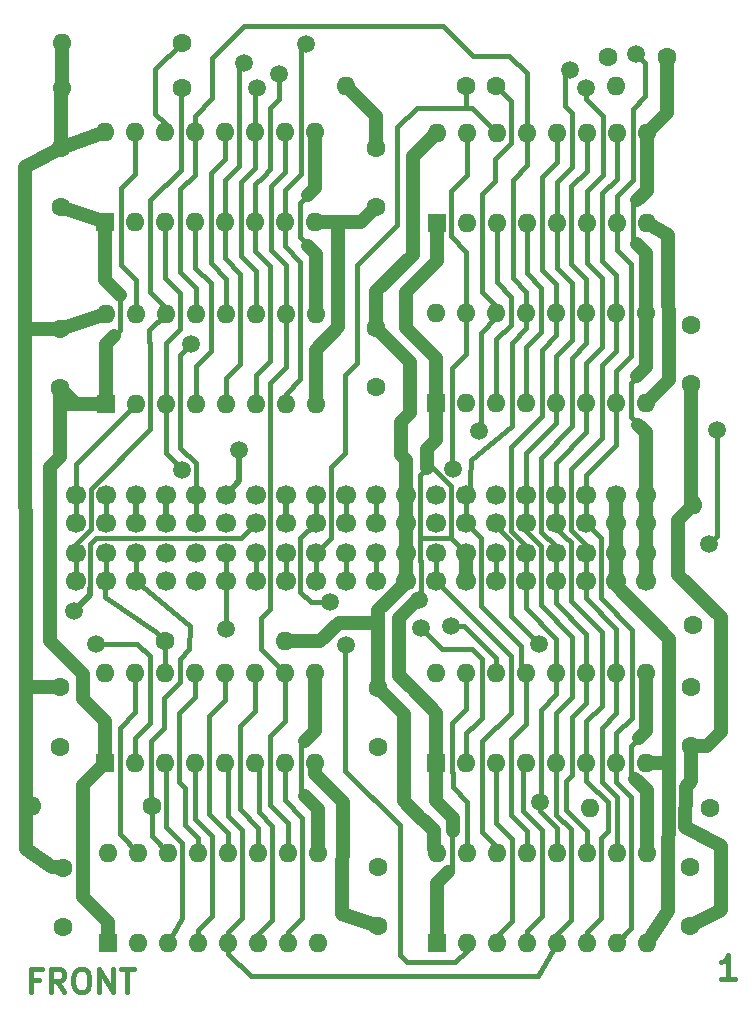
<source format=gbr>
%TF.GenerationSoftware,KiCad,Pcbnew,7.0.7*%
%TF.CreationDate,2023-11-27T02:20:36+00:00*%
%TF.ProjectId,Lynx-MK1-MEM,4c796e78-2d4d-44b3-912d-4d454d2e6b69,rev?*%
%TF.SameCoordinates,Original*%
%TF.FileFunction,Copper,L1,Top*%
%TF.FilePolarity,Positive*%
%FSLAX46Y46*%
G04 Gerber Fmt 4.6, Leading zero omitted, Abs format (unit mm)*
G04 Created by KiCad (PCBNEW 7.0.7) date 2023-11-27 02:20:36*
%MOMM*%
%LPD*%
G01*
G04 APERTURE LIST*
%ADD10C,0.400000*%
%TA.AperFunction,NonConductor*%
%ADD11C,0.400000*%
%TD*%
%TA.AperFunction,ComponentPad*%
%ADD12R,1.600000X1.600000*%
%TD*%
%TA.AperFunction,ComponentPad*%
%ADD13O,1.600000X1.600000*%
%TD*%
%TA.AperFunction,ComponentPad*%
%ADD14C,1.600000*%
%TD*%
%TA.AperFunction,ComponentPad*%
%ADD15C,1.700000*%
%TD*%
%TA.AperFunction,ViaPad*%
%ADD16C,1.500000*%
%TD*%
%TA.AperFunction,Conductor*%
%ADD17C,0.400000*%
%TD*%
%TA.AperFunction,Conductor*%
%ADD18C,1.200000*%
%TD*%
%TA.AperFunction,Conductor*%
%ADD19C,0.500000*%
%TD*%
G04 APERTURE END LIST*
D10*
D11*
X77956014Y-142736819D02*
X77289347Y-142736819D01*
X77289347Y-143784438D02*
X77289347Y-141784438D01*
X77289347Y-141784438D02*
X78241728Y-141784438D01*
X80146490Y-143784438D02*
X79479823Y-142832057D01*
X79003633Y-143784438D02*
X79003633Y-141784438D01*
X79003633Y-141784438D02*
X79765538Y-141784438D01*
X79765538Y-141784438D02*
X79956014Y-141879676D01*
X79956014Y-141879676D02*
X80051252Y-141974914D01*
X80051252Y-141974914D02*
X80146490Y-142165390D01*
X80146490Y-142165390D02*
X80146490Y-142451104D01*
X80146490Y-142451104D02*
X80051252Y-142641580D01*
X80051252Y-142641580D02*
X79956014Y-142736819D01*
X79956014Y-142736819D02*
X79765538Y-142832057D01*
X79765538Y-142832057D02*
X79003633Y-142832057D01*
X81384585Y-141784438D02*
X81765538Y-141784438D01*
X81765538Y-141784438D02*
X81956014Y-141879676D01*
X81956014Y-141879676D02*
X82146490Y-142070152D01*
X82146490Y-142070152D02*
X82241728Y-142451104D01*
X82241728Y-142451104D02*
X82241728Y-143117771D01*
X82241728Y-143117771D02*
X82146490Y-143498723D01*
X82146490Y-143498723D02*
X81956014Y-143689200D01*
X81956014Y-143689200D02*
X81765538Y-143784438D01*
X81765538Y-143784438D02*
X81384585Y-143784438D01*
X81384585Y-143784438D02*
X81194109Y-143689200D01*
X81194109Y-143689200D02*
X81003633Y-143498723D01*
X81003633Y-143498723D02*
X80908395Y-143117771D01*
X80908395Y-143117771D02*
X80908395Y-142451104D01*
X80908395Y-142451104D02*
X81003633Y-142070152D01*
X81003633Y-142070152D02*
X81194109Y-141879676D01*
X81194109Y-141879676D02*
X81384585Y-141784438D01*
X83098871Y-143784438D02*
X83098871Y-141784438D01*
X83098871Y-141784438D02*
X84241728Y-143784438D01*
X84241728Y-143784438D02*
X84241728Y-141784438D01*
X84908395Y-141784438D02*
X86051252Y-141784438D01*
X85479823Y-143784438D02*
X85479823Y-141784438D01*
D10*
D11*
X136906966Y-142634438D02*
X135764109Y-142634438D01*
X136335537Y-142634438D02*
X136335537Y-140634438D01*
X136335537Y-140634438D02*
X136145061Y-140920152D01*
X136145061Y-140920152D02*
X135954585Y-141110628D01*
X135954585Y-141110628D02*
X135764109Y-141205866D01*
D12*
%TO.P,IC1,1,VBB*%
%TO.N,-5V*%
X83560000Y-78580000D03*
D13*
%TO.P,IC1,2,Din*%
%TO.N,/DI6*%
X86100000Y-78580000D03*
%TO.P,IC1,3,~{WRITE}*%
%TO.N,~{WR}*%
X88640000Y-78580000D03*
%TO.P,IC1,4,~{RAS}*%
%TO.N,~{RAS}*%
X91180000Y-78580000D03*
%TO.P,IC1,5,A0*%
%TO.N,/A5*%
X93720000Y-78580000D03*
%TO.P,IC1,6,A2*%
%TO.N,/A2*%
X96260000Y-78580000D03*
%TO.P,IC1,7,A1*%
%TO.N,/A0*%
X98800000Y-78580000D03*
%TO.P,IC1,8,VCC*%
%TO.N,+12V*%
X101340000Y-78580000D03*
%TO.P,IC1,9,A7*%
%TO.N,+5V*%
X101340000Y-70960000D03*
%TO.P,IC1,10,A5*%
%TO.N,/A1*%
X98800000Y-70960000D03*
%TO.P,IC1,11,A4*%
%TO.N,/A4*%
X96260000Y-70960000D03*
%TO.P,IC1,12,A3*%
%TO.N,/A3*%
X93720000Y-70960000D03*
%TO.P,IC1,13,A6*%
%TO.N,/A6*%
X91180000Y-70960000D03*
%TO.P,IC1,14,Dout*%
%TO.N,/DO6*%
X88640000Y-70960000D03*
%TO.P,IC1,15,~{CAS}*%
%TO.N,~{CAS}*%
X86100000Y-70960000D03*
%TO.P,IC1,16,GND*%
%TO.N,GND*%
X83560000Y-70960000D03*
%TD*%
D14*
%TO.P,C6,1*%
%TO.N,+12V*%
X106680000Y-123023000D03*
%TO.P,C6,2*%
%TO.N,GND*%
X106680000Y-118023000D03*
%TD*%
D15*
%TO.P,PL4,1,Pin_1*%
%TO.N,/DO0*%
X81090000Y-108950000D03*
X81090000Y-106570000D03*
%TO.P,PL4,2,Pin_2*%
%TO.N,/DI0*%
X81090000Y-104030000D03*
X81090000Y-101650000D03*
%TO.P,PL4,3,Pin_3*%
%TO.N,/DO5*%
X83630000Y-108950000D03*
X83630000Y-106570000D03*
%TO.P,PL4,4,Pin_4*%
%TO.N,unconnected-(PL4-Pin_4-Pad4)*%
X83630000Y-104030000D03*
X83630000Y-101650000D03*
%TO.P,PL4,5,Pin_5*%
%TO.N,/DO7*%
X86170000Y-108950000D03*
X86170000Y-106570000D03*
%TO.P,PL4,6,Pin_6*%
%TO.N,/DO6*%
X86170000Y-104030000D03*
X86170000Y-101650000D03*
%TO.P,PL4,7,Pin_7*%
%TO.N,/DI2*%
X88710000Y-108950000D03*
X88710000Y-106570000D03*
%TO.P,PL4,8,Pin_8*%
%TO.N,/DI1*%
X88710000Y-104030000D03*
X88710000Y-101650000D03*
%TO.P,PL4,9,Pin_9*%
%TO.N,/DI4*%
X91250000Y-108950000D03*
X91250000Y-106570000D03*
%TO.P,PL4,10,Pin_10*%
%TO.N,/DI3*%
X91250000Y-104030000D03*
X91250000Y-101650000D03*
%TO.P,PL4,11,Pin_11*%
%TO.N,/DI5*%
X93790000Y-108950000D03*
X93790000Y-106570000D03*
%TO.P,PL4,12,Pin_12*%
%TO.N,/DI6*%
X93790000Y-104030000D03*
X93790000Y-101650000D03*
%TO.P,PL4,13,Pin_13*%
%TO.N,unconnected-(PL4-Pin_13-Pad13)*%
X96330000Y-108950000D03*
X96330000Y-106570000D03*
%TO.P,PL4,14,Pin_14*%
%TO.N,/DI7*%
X96330000Y-104030000D03*
X96330000Y-101650000D03*
%TO.P,PL4,15,Pin_15*%
%TO.N,unconnected-(PL4-Pin_15-Pad15)*%
X98870000Y-108950000D03*
X98870000Y-106570000D03*
%TO.P,PL4,16,Pin_16*%
%TO.N,/DO1*%
X98870000Y-104030000D03*
X98870000Y-101650000D03*
%TO.P,PL4,17,Pin_17*%
%TO.N,/DO3*%
X101410000Y-108950000D03*
X101410000Y-106570000D03*
%TO.P,PL4,18,Pin_18*%
%TO.N,/DO4*%
X101410000Y-104030000D03*
X101410000Y-101650000D03*
%TO.P,PL4,19,Pin_19*%
%TO.N,unconnected-(PL4-Pin_19-Pad19)*%
X103950000Y-108950000D03*
X103950000Y-106570000D03*
%TO.P,PL4,20,Pin_20*%
%TO.N,unconnected-(PL4-Pin_20-Pad20)*%
X103950000Y-104030000D03*
X103950000Y-101650000D03*
%TO.P,PL4,21,Pin_21*%
%TO.N,unconnected-(PL4-Pin_21-Pad21)*%
X106490000Y-108950000D03*
X106490000Y-106570000D03*
%TO.P,PL4,22,Pin_22*%
%TO.N,unconnected-(PL4-Pin_22-Pad22)*%
X106490000Y-104030000D03*
X106490000Y-101650000D03*
%TO.P,PL4,23,Pin_23*%
%TO.N,GND*%
X109030000Y-108950000D03*
X109030000Y-106570000D03*
%TO.P,PL4,24,Pin_24*%
X109030000Y-104030000D03*
X109030000Y-101650000D03*
%TO.P,PL4,25,Pin_25*%
%TO.N,/DO2*%
X111570000Y-108950000D03*
X111570000Y-106570000D03*
%TO.P,PL4,26,Pin_26*%
%TO.N,~{WR}*%
X111570000Y-104030000D03*
X111570000Y-101650000D03*
%TO.P,PL4,27,Pin_27*%
%TO.N,-5V*%
X114110000Y-108950000D03*
X114110000Y-106570000D03*
%TO.P,PL4,28,Pin_28*%
%TO.N,/A6*%
X114110000Y-104030000D03*
X114110000Y-101650000D03*
%TO.P,PL4,29,Pin_29*%
%TO.N,~{RAS}*%
X116650000Y-108950000D03*
X116650000Y-106570000D03*
%TO.P,PL4,30,Pin_30*%
%TO.N,~{CAS}*%
X116650000Y-104030000D03*
X116650000Y-101650000D03*
%TO.P,PL4,31,Pin_31*%
%TO.N,/A3*%
X119190000Y-108950000D03*
X119190000Y-106570000D03*
%TO.P,PL4,32,Pin_32*%
%TO.N,/A5*%
X119190000Y-104030000D03*
X119190000Y-101650000D03*
%TO.P,PL4,33,Pin_33*%
%TO.N,/A4*%
X121730000Y-108950000D03*
X121730000Y-106570000D03*
%TO.P,PL4,34,Pin_34*%
%TO.N,/A2*%
X121730000Y-104030000D03*
X121730000Y-101650000D03*
%TO.P,PL4,35,Pin_35*%
%TO.N,/A1*%
X124270000Y-108950000D03*
X124270000Y-106570000D03*
%TO.P,PL4,36,Pin_36*%
%TO.N,/A0*%
X124270000Y-104030000D03*
X124270000Y-101650000D03*
%TO.P,PL4,37,Pin_37*%
%TO.N,+12V*%
X126810000Y-108950000D03*
X126810000Y-106570000D03*
%TO.P,PL4,38,Pin_38*%
X126810000Y-104030000D03*
X126810000Y-101650000D03*
%TO.P,PL4,39,Pin_39*%
%TO.N,+5V*%
X129350000Y-108950000D03*
X129350000Y-106570000D03*
%TO.P,PL4,40,Pin_40*%
X129350000Y-104030000D03*
X129350000Y-101650000D03*
%TD*%
D14*
%TO.P,C7,1*%
%TO.N,+12V*%
X106553000Y-92543000D03*
%TO.P,C7,2*%
%TO.N,GND*%
X106553000Y-87543000D03*
%TD*%
%TO.P,C1,1*%
%TO.N,-5V*%
X80010000Y-138263000D03*
%TO.P,C1,2*%
%TO.N,GND*%
X80010000Y-133263000D03*
%TD*%
D12*
%TO.P,IC2,1,VBB*%
%TO.N,-5V*%
X111668425Y-78613000D03*
D13*
%TO.P,IC2,2,Din*%
%TO.N,/DI3*%
X114208425Y-78613000D03*
%TO.P,IC2,3,~{WRITE}*%
%TO.N,~{WR}*%
X116748425Y-78613000D03*
%TO.P,IC2,4,~{RAS}*%
%TO.N,~{RAS}*%
X119288425Y-78613000D03*
%TO.P,IC2,5,A0*%
%TO.N,/A5*%
X121828425Y-78613000D03*
%TO.P,IC2,6,A2*%
%TO.N,/A2*%
X124368425Y-78613000D03*
%TO.P,IC2,7,A1*%
%TO.N,/A0*%
X126908425Y-78613000D03*
%TO.P,IC2,8,VCC*%
%TO.N,+12V*%
X129448425Y-78613000D03*
%TO.P,IC2,9,A7*%
%TO.N,+5V*%
X129448425Y-70993000D03*
%TO.P,IC2,10,A5*%
%TO.N,/A1*%
X126908425Y-70993000D03*
%TO.P,IC2,11,A4*%
%TO.N,/A4*%
X124368425Y-70993000D03*
%TO.P,IC2,12,A3*%
%TO.N,/A3*%
X121828425Y-70993000D03*
%TO.P,IC2,13,A6*%
%TO.N,/A6*%
X119288425Y-70993000D03*
%TO.P,IC2,14,Dout*%
%TO.N,/DO3*%
X116748425Y-70993000D03*
%TO.P,IC2,15,~{CAS}*%
%TO.N,~{CAS}*%
X114208425Y-70993000D03*
%TO.P,IC2,16,GND*%
%TO.N,GND*%
X111668425Y-70993000D03*
%TD*%
D14*
%TO.P,R6,1*%
%TO.N,/DO5*%
X88650000Y-114050000D03*
D13*
%TO.P,R6,2*%
%TO.N,GND*%
X98810000Y-114050000D03*
%TD*%
D14*
%TO.P,C9,1*%
%TO.N,+5V*%
X133096000Y-133136000D03*
%TO.P,C9,2*%
%TO.N,GND*%
X133096000Y-138136000D03*
%TD*%
%TO.P,R8,1*%
%TO.N,/DO2*%
X134767000Y-128143000D03*
D13*
%TO.P,R8,2*%
%TO.N,GND*%
X124607000Y-128143000D03*
%TD*%
D14*
%TO.P,C11,1*%
%TO.N,+5V*%
X133223000Y-87289000D03*
%TO.P,C11,2*%
%TO.N,GND*%
X133223000Y-92289000D03*
%TD*%
D12*
%TO.P,IC5,1,VBB*%
%TO.N,-5V*%
X83566000Y-124333000D03*
D13*
%TO.P,IC5,2,Din*%
%TO.N,/DI5*%
X86106000Y-124333000D03*
%TO.P,IC5,3,~{WRITE}*%
%TO.N,~{WR}*%
X88646000Y-124333000D03*
%TO.P,IC5,4,~{RAS}*%
%TO.N,~{RAS}*%
X91186000Y-124333000D03*
%TO.P,IC5,5,A0*%
%TO.N,/A5*%
X93726000Y-124333000D03*
%TO.P,IC5,6,A2*%
%TO.N,/A2*%
X96266000Y-124333000D03*
%TO.P,IC5,7,A1*%
%TO.N,/A0*%
X98806000Y-124333000D03*
%TO.P,IC5,8,VCC*%
%TO.N,+12V*%
X101346000Y-124333000D03*
%TO.P,IC5,9,A7*%
%TO.N,+5V*%
X101346000Y-116713000D03*
%TO.P,IC5,10,A5*%
%TO.N,/A1*%
X98806000Y-116713000D03*
%TO.P,IC5,11,A4*%
%TO.N,/A4*%
X96266000Y-116713000D03*
%TO.P,IC5,12,A3*%
%TO.N,/A3*%
X93726000Y-116713000D03*
%TO.P,IC5,13,A6*%
%TO.N,/A6*%
X91186000Y-116713000D03*
%TO.P,IC5,14,Dout*%
%TO.N,/DO5*%
X88646000Y-116713000D03*
%TO.P,IC5,15,~{CAS}*%
%TO.N,~{CAS}*%
X86106000Y-116713000D03*
%TO.P,IC5,16,GND*%
%TO.N,GND*%
X83566000Y-116713000D03*
%TD*%
D14*
%TO.P,C8,1*%
%TO.N,+12V*%
X106553000Y-77303000D03*
%TO.P,C8,2*%
%TO.N,GND*%
X106553000Y-72303000D03*
%TD*%
%TO.P,R1,1*%
%TO.N,/DO6*%
X90063000Y-63373000D03*
D13*
%TO.P,R1,2*%
%TO.N,GND*%
X79903000Y-63373000D03*
%TD*%
D14*
%TO.P,C12,1*%
%TO.N,+5V*%
X131150000Y-64550000D03*
%TO.P,C12,2*%
%TO.N,GND*%
X126150000Y-64550000D03*
%TD*%
%TO.P,C4,1*%
%TO.N,-5V*%
X79883000Y-77303000D03*
%TO.P,C4,2*%
%TO.N,GND*%
X79883000Y-72303000D03*
%TD*%
D12*
%TO.P,IC3,1,VBB*%
%TO.N,-5V*%
X83667600Y-93929200D03*
D13*
%TO.P,IC3,2,Din*%
%TO.N,/DI0*%
X86207600Y-93929200D03*
%TO.P,IC3,3,~{WRITE}*%
%TO.N,~{WR}*%
X88747600Y-93929200D03*
%TO.P,IC3,4,~{RAS}*%
%TO.N,~{RAS}*%
X91287600Y-93929200D03*
%TO.P,IC3,5,A0*%
%TO.N,/A5*%
X93827600Y-93929200D03*
%TO.P,IC3,6,A2*%
%TO.N,/A2*%
X96367600Y-93929200D03*
%TO.P,IC3,7,A1*%
%TO.N,/A0*%
X98907600Y-93929200D03*
%TO.P,IC3,8,VCC*%
%TO.N,+12V*%
X101447600Y-93929200D03*
%TO.P,IC3,9,A7*%
%TO.N,+5V*%
X101447600Y-86309200D03*
%TO.P,IC3,10,A5*%
%TO.N,/A1*%
X98907600Y-86309200D03*
%TO.P,IC3,11,A4*%
%TO.N,/A4*%
X96367600Y-86309200D03*
%TO.P,IC3,12,A3*%
%TO.N,/A3*%
X93827600Y-86309200D03*
%TO.P,IC3,13,A6*%
%TO.N,/A6*%
X91287600Y-86309200D03*
%TO.P,IC3,14,Dout*%
%TO.N,/DO0*%
X88747600Y-86309200D03*
%TO.P,IC3,15,~{CAS}*%
%TO.N,~{CAS}*%
X86207600Y-86309200D03*
%TO.P,IC3,16,GND*%
%TO.N,GND*%
X83667600Y-86309200D03*
%TD*%
D14*
%TO.P,C3,1*%
%TO.N,-5V*%
X79790000Y-92590000D03*
%TO.P,C3,2*%
%TO.N,GND*%
X79790000Y-87590000D03*
%TD*%
%TO.P,C5,1*%
%TO.N,+12V*%
X106680000Y-138136000D03*
%TO.P,C5,2*%
%TO.N,GND*%
X106680000Y-133136000D03*
%TD*%
D12*
%TO.P,IC7,1,VBB*%
%TO.N,-5V*%
X83855425Y-139563000D03*
D13*
%TO.P,IC7,2,Din*%
%TO.N,/DI7*%
X86395425Y-139563000D03*
%TO.P,IC7,3,~{WRITE}*%
%TO.N,~{WR}*%
X88935425Y-139563000D03*
%TO.P,IC7,4,~{RAS}*%
%TO.N,~{RAS}*%
X91475425Y-139563000D03*
%TO.P,IC7,5,A0*%
%TO.N,/A5*%
X94015425Y-139563000D03*
%TO.P,IC7,6,A2*%
%TO.N,/A2*%
X96555425Y-139563000D03*
%TO.P,IC7,7,A1*%
%TO.N,/A0*%
X99095425Y-139563000D03*
%TO.P,IC7,8,VCC*%
%TO.N,+12V*%
X101635425Y-139563000D03*
%TO.P,IC7,9,A7*%
%TO.N,+5V*%
X101635425Y-131943000D03*
%TO.P,IC7,10,A5*%
%TO.N,/A1*%
X99095425Y-131943000D03*
%TO.P,IC7,11,A4*%
%TO.N,/A4*%
X96555425Y-131943000D03*
%TO.P,IC7,12,A3*%
%TO.N,/A3*%
X94015425Y-131943000D03*
%TO.P,IC7,13,A6*%
%TO.N,/A6*%
X91475425Y-131943000D03*
%TO.P,IC7,14,Dout*%
%TO.N,/DO7*%
X88935425Y-131943000D03*
%TO.P,IC7,15,~{CAS}*%
%TO.N,~{CAS}*%
X86395425Y-131943000D03*
%TO.P,IC7,16,GND*%
%TO.N,GND*%
X83855425Y-131943000D03*
%TD*%
D12*
%TO.P,IC6,1,VBB*%
%TO.N,-5V*%
X111633000Y-124323000D03*
D13*
%TO.P,IC6,2,Din*%
%TO.N,/DI4*%
X114173000Y-124323000D03*
%TO.P,IC6,3,~{WRITE}*%
%TO.N,~{WR}*%
X116713000Y-124323000D03*
%TO.P,IC6,4,~{RAS}*%
%TO.N,~{RAS}*%
X119253000Y-124323000D03*
%TO.P,IC6,5,A0*%
%TO.N,/A5*%
X121793000Y-124323000D03*
%TO.P,IC6,6,A2*%
%TO.N,/A2*%
X124333000Y-124323000D03*
%TO.P,IC6,7,A1*%
%TO.N,/A0*%
X126873000Y-124323000D03*
%TO.P,IC6,8,VCC*%
%TO.N,+12V*%
X129413000Y-124323000D03*
%TO.P,IC6,9,A7*%
%TO.N,+5V*%
X129413000Y-116703000D03*
%TO.P,IC6,10,A5*%
%TO.N,/A1*%
X126873000Y-116703000D03*
%TO.P,IC6,11,A4*%
%TO.N,/A4*%
X124333000Y-116703000D03*
%TO.P,IC6,12,A3*%
%TO.N,/A3*%
X121793000Y-116703000D03*
%TO.P,IC6,13,A6*%
%TO.N,/A6*%
X119253000Y-116703000D03*
%TO.P,IC6,14,Dout*%
%TO.N,/DO4*%
X116713000Y-116703000D03*
%TO.P,IC6,15,~{CAS}*%
%TO.N,~{CAS}*%
X114173000Y-116703000D03*
%TO.P,IC6,16,GND*%
%TO.N,GND*%
X111633000Y-116703000D03*
%TD*%
D14*
%TO.P,R5,1*%
%TO.N,/DO4*%
X133350000Y-112669000D03*
D13*
%TO.P,R5,2*%
%TO.N,GND*%
X133350000Y-102509000D03*
%TD*%
D14*
%TO.P,C2,1*%
%TO.N,-5V*%
X79770000Y-122970000D03*
%TO.P,C2,2*%
%TO.N,GND*%
X79770000Y-117970000D03*
%TD*%
D12*
%TO.P,IC4,1,VBB*%
%TO.N,-5V*%
X111633000Y-93853000D03*
D13*
%TO.P,IC4,2,Din*%
%TO.N,/DI1*%
X114173000Y-93853000D03*
%TO.P,IC4,3,~{WRITE}*%
%TO.N,~{WR}*%
X116713000Y-93853000D03*
%TO.P,IC4,4,~{RAS}*%
%TO.N,~{RAS}*%
X119253000Y-93853000D03*
%TO.P,IC4,5,A0*%
%TO.N,/A5*%
X121793000Y-93853000D03*
%TO.P,IC4,6,A2*%
%TO.N,/A2*%
X124333000Y-93853000D03*
%TO.P,IC4,7,A1*%
%TO.N,/A0*%
X126873000Y-93853000D03*
%TO.P,IC4,8,VCC*%
%TO.N,+12V*%
X129413000Y-93853000D03*
%TO.P,IC4,9,A7*%
%TO.N,+5V*%
X129413000Y-86233000D03*
%TO.P,IC4,10,A5*%
%TO.N,/A1*%
X126873000Y-86233000D03*
%TO.P,IC4,11,A4*%
%TO.N,/A4*%
X124333000Y-86233000D03*
%TO.P,IC4,12,A3*%
%TO.N,/A3*%
X121793000Y-86233000D03*
%TO.P,IC4,13,A6*%
%TO.N,/A6*%
X119253000Y-86233000D03*
%TO.P,IC4,14,Dout*%
%TO.N,/DO1*%
X116713000Y-86233000D03*
%TO.P,IC4,15,~{CAS}*%
%TO.N,~{CAS}*%
X114173000Y-86233000D03*
%TO.P,IC4,16,GND*%
%TO.N,GND*%
X111633000Y-86233000D03*
%TD*%
D12*
%TO.P,IC8,1,VBB*%
%TO.N,-5V*%
X111668425Y-139563000D03*
D13*
%TO.P,IC8,2,Din*%
%TO.N,/DI2*%
X114208425Y-139563000D03*
%TO.P,IC8,3,~{WRITE}*%
%TO.N,~{WR}*%
X116748425Y-139563000D03*
%TO.P,IC8,4,~{RAS}*%
%TO.N,~{RAS}*%
X119288425Y-139563000D03*
%TO.P,IC8,5,A0*%
%TO.N,/A5*%
X121828425Y-139563000D03*
%TO.P,IC8,6,A2*%
%TO.N,/A2*%
X124368425Y-139563000D03*
%TO.P,IC8,7,A1*%
%TO.N,/A0*%
X126908425Y-139563000D03*
%TO.P,IC8,8,VCC*%
%TO.N,+12V*%
X129448425Y-139563000D03*
%TO.P,IC8,9,A7*%
%TO.N,+5V*%
X129448425Y-131943000D03*
%TO.P,IC8,10,A5*%
%TO.N,/A1*%
X126908425Y-131943000D03*
%TO.P,IC8,11,A4*%
%TO.N,/A4*%
X124368425Y-131943000D03*
%TO.P,IC8,12,A3*%
%TO.N,/A3*%
X121828425Y-131943000D03*
%TO.P,IC8,13,A6*%
%TO.N,/A6*%
X119288425Y-131943000D03*
%TO.P,IC8,14,Dout*%
%TO.N,/DO2*%
X116748425Y-131943000D03*
%TO.P,IC8,15,~{CAS}*%
%TO.N,~{CAS}*%
X114208425Y-131943000D03*
%TO.P,IC8,16,GND*%
%TO.N,GND*%
X111668425Y-131943000D03*
%TD*%
D14*
%TO.P,R3,1*%
%TO.N,/DO3*%
X114160000Y-67056000D03*
D13*
%TO.P,R3,2*%
%TO.N,GND*%
X104000000Y-67056000D03*
%TD*%
D14*
%TO.P,C10,1*%
%TO.N,+5V*%
X133223000Y-117896000D03*
%TO.P,C10,2*%
%TO.N,GND*%
X133223000Y-122896000D03*
%TD*%
%TO.P,R7,1*%
%TO.N,/DO7*%
X87523000Y-128016000D03*
D13*
%TO.P,R7,2*%
%TO.N,GND*%
X77363000Y-128016000D03*
%TD*%
D14*
%TO.P,R4,1*%
%TO.N,/DO1*%
X116693000Y-67056000D03*
D13*
%TO.P,R4,2*%
%TO.N,GND*%
X126853000Y-67056000D03*
%TD*%
D14*
%TO.P,R2,1*%
%TO.N,/DO0*%
X90063000Y-67183000D03*
D13*
%TO.P,R2,2*%
%TO.N,GND*%
X79903000Y-67183000D03*
%TD*%
D16*
%TO.N,-5V*%
X110150000Y-110550000D03*
%TO.N,/DI7*%
X80950000Y-111500000D03*
%TO.N,~{WR}*%
X90083175Y-99549500D03*
%TO.N,~{RAS}*%
X134720000Y-105820000D03*
X135420000Y-96210000D03*
%TO.N,/A0*%
X128510000Y-64340000D03*
X100590000Y-63480000D03*
%TO.N,/A2*%
X98330000Y-65990000D03*
X124320000Y-67230000D03*
%TO.N,/A5*%
X122970000Y-65660000D03*
X95350000Y-65090000D03*
%TO.N,/A4*%
X96460000Y-67240000D03*
%TO.N,/A3*%
X120380000Y-127650000D03*
%TO.N,~{CAS}*%
X113010000Y-99490000D03*
X120300000Y-114320000D03*
%TO.N,/DI6*%
X94900000Y-97850500D03*
%TO.N,/DI5*%
X82850000Y-114250000D03*
X93800000Y-113029500D03*
%TO.N,/DI4*%
X110300000Y-112960000D03*
%TO.N,/DO4*%
X112870000Y-112730000D03*
X102620000Y-110770000D03*
%TO.N,/DI3*%
X90890000Y-88850000D03*
%TO.N,/DI2*%
X103990000Y-114340000D03*
%TO.N,/DO1*%
X115250000Y-96290000D03*
%TD*%
D17*
%TO.N,-5V*%
X110850000Y-99420000D02*
X110280000Y-99990000D01*
D18*
X80100800Y-93929200D02*
X79790000Y-94240000D01*
D17*
X110320000Y-107290000D02*
X110320000Y-110240000D01*
D18*
X111633000Y-124323000D02*
X111633000Y-120103000D01*
D17*
X110010000Y-110550000D02*
X110030000Y-110530000D01*
D18*
X111668425Y-81901575D02*
X109050000Y-84520000D01*
X83667600Y-93929200D02*
X81720000Y-93929200D01*
X81720000Y-93929200D02*
X80100800Y-93929200D01*
X111633000Y-93853000D02*
X111633000Y-97007000D01*
X109050000Y-84520000D02*
X109050000Y-87500000D01*
X79790000Y-98420000D02*
X79790000Y-94240000D01*
D17*
X110150000Y-110550000D02*
X110010000Y-110550000D01*
D18*
X81730000Y-135680000D02*
X83855425Y-137805425D01*
X109580000Y-118050000D02*
X108500000Y-116970000D01*
X83566000Y-120806000D02*
X81690000Y-118930000D01*
X108500000Y-112060000D02*
X110030000Y-110530000D01*
X83855425Y-137805425D02*
X83855425Y-139563000D01*
D17*
X112840000Y-100946346D02*
X112840000Y-105300000D01*
D18*
X108500000Y-115540000D02*
X108500000Y-112060000D01*
X83560000Y-78580000D02*
X83560000Y-83460000D01*
X83667600Y-93929200D02*
X83667600Y-88862400D01*
X111633000Y-127603000D02*
X112430000Y-128400000D01*
X83667600Y-88862400D02*
X84340000Y-88190000D01*
X81720000Y-93929200D02*
X81129200Y-93929200D01*
D17*
X84867600Y-84767600D02*
X84860000Y-84760000D01*
X110280000Y-105300000D02*
X112840000Y-105300000D01*
D18*
X110850000Y-97790000D02*
X110850000Y-99420000D01*
D17*
X110280000Y-99990000D02*
X110280000Y-105300000D01*
D18*
X108500000Y-116970000D02*
X108500000Y-115540000D01*
X111633000Y-97007000D02*
X111180000Y-97460000D01*
D17*
X111313654Y-99420000D02*
X112840000Y-100946346D01*
X112930000Y-130210000D02*
X113020000Y-130120000D01*
X84867600Y-87662400D02*
X84867600Y-84767600D01*
D18*
X81730000Y-126200000D02*
X81730000Y-135680000D01*
X112430000Y-128400000D02*
X113020000Y-128990000D01*
D17*
X112930000Y-133250000D02*
X112930000Y-130210000D01*
X110320000Y-110240000D02*
X110150000Y-110410000D01*
D18*
X111668425Y-78613000D02*
X111668425Y-81901575D01*
X111668425Y-139563000D02*
X111668425Y-134511575D01*
X111180000Y-97460000D02*
X110850000Y-97790000D01*
X111633000Y-124323000D02*
X111633000Y-127603000D01*
X81690000Y-116810000D02*
X78900000Y-114020000D01*
D17*
X110280000Y-107250000D02*
X110320000Y-107290000D01*
D18*
X111633000Y-120103000D02*
X109580000Y-118050000D01*
X83566000Y-124333000D02*
X83566000Y-120806000D01*
X79883000Y-77303000D02*
X83560000Y-78580000D01*
D17*
X110150000Y-110410000D02*
X110150000Y-110550000D01*
D18*
X83560000Y-83460000D02*
X84860000Y-84760000D01*
X109050000Y-87500000D02*
X111633000Y-90083000D01*
X78900000Y-114020000D02*
X78900000Y-99310000D01*
X78900000Y-99310000D02*
X79790000Y-98420000D01*
X83566000Y-124364000D02*
X81730000Y-126200000D01*
X111633000Y-90083000D02*
X111633000Y-93853000D01*
D17*
X112840000Y-105300000D02*
X114110000Y-106570000D01*
X110850000Y-99420000D02*
X111313654Y-99420000D01*
D18*
X83566000Y-124333000D02*
X83566000Y-124364000D01*
D17*
X112620000Y-133560000D02*
X112930000Y-133250000D01*
X110280000Y-105300000D02*
X110280000Y-107250000D01*
D18*
X114110000Y-106570000D02*
X114110000Y-108950000D01*
X81690000Y-118930000D02*
X81690000Y-116810000D01*
X113020000Y-128990000D02*
X113020000Y-130120000D01*
X111668425Y-134511575D02*
X112620000Y-133560000D01*
X79790000Y-94240000D02*
X79790000Y-92590000D01*
X81129200Y-93929200D02*
X79790000Y-92590000D01*
D17*
X84340000Y-88190000D02*
X84867600Y-87662400D01*
D18*
%TO.N,GND*%
X134544000Y-122896000D02*
X135690000Y-121750000D01*
X108870000Y-120213000D02*
X108870000Y-127610000D01*
X76810000Y-73920000D02*
X79883000Y-72303000D01*
X79883000Y-72303000D02*
X83560000Y-70960000D01*
X98810000Y-114050000D02*
X101800000Y-114050000D01*
X79883000Y-72303000D02*
X79883000Y-67203000D01*
X133223000Y-102382000D02*
X133350000Y-102509000D01*
X108610000Y-95480000D02*
X109400000Y-94690000D01*
X108610000Y-98260000D02*
X108610000Y-95480000D01*
X111390000Y-131664575D02*
X111668425Y-131943000D01*
X76841010Y-87580000D02*
X76810000Y-73920000D01*
X135690000Y-111990000D02*
X132110000Y-108410000D01*
X109030000Y-108950000D02*
X109030000Y-101650000D01*
X135770000Y-131408742D02*
X135770000Y-136820000D01*
X132110000Y-103749000D02*
X133350000Y-102509000D01*
X76910000Y-117970000D02*
X76841010Y-87580000D01*
X79790000Y-87590000D02*
X83667600Y-86309200D01*
X133223000Y-92289000D02*
X133223000Y-102382000D01*
X133223000Y-122896000D02*
X134544000Y-122896000D01*
X132110000Y-108410000D02*
X132110000Y-103749000D01*
X132720000Y-129770000D02*
X135770000Y-131408742D01*
X109030000Y-98680000D02*
X108610000Y-98260000D01*
X76851010Y-87590000D02*
X79790000Y-87590000D01*
X109650000Y-81320000D02*
X109650000Y-73011425D01*
X106553000Y-72303000D02*
X106553000Y-69609000D01*
X135690000Y-121750000D02*
X135690000Y-111990000D01*
X106553000Y-87543000D02*
X106553000Y-84417000D01*
X132740000Y-126410000D02*
X132720000Y-129770000D01*
X103360000Y-112490000D02*
X106680000Y-112490000D01*
X79120000Y-133130000D02*
X76920000Y-131650000D01*
X109030000Y-109100000D02*
X109030000Y-108950000D01*
X106553000Y-84417000D02*
X109650000Y-81320000D01*
X76920000Y-131650000D02*
X76910000Y-117970000D01*
X106680000Y-111450000D02*
X109030000Y-109100000D01*
X110370000Y-129110000D02*
X110438167Y-129110000D01*
X106553000Y-69609000D02*
X104000000Y-67056000D01*
X111390000Y-130061833D02*
X111390000Y-131664575D01*
X106680000Y-118023000D02*
X106680000Y-112490000D01*
X109650000Y-73011425D02*
X111668425Y-70993000D01*
X110438167Y-129110000D02*
X111390000Y-130061833D01*
X133223000Y-122896000D02*
X133223000Y-125927000D01*
X133223000Y-125927000D02*
X132740000Y-126410000D01*
X106680000Y-118023000D02*
X108870000Y-120213000D01*
X109030000Y-101650000D02*
X109030000Y-98680000D01*
X108870000Y-127610000D02*
X110370000Y-129110000D01*
X109400000Y-90390000D02*
X106553000Y-87543000D01*
X76841010Y-87580000D02*
X76851010Y-87590000D01*
X79770000Y-117970000D02*
X76910000Y-117970000D01*
X106680000Y-112490000D02*
X106680000Y-111450000D01*
X79883000Y-67203000D02*
X79903000Y-67183000D01*
X135770000Y-136820000D02*
X133096000Y-138136000D01*
X101800000Y-114050000D02*
X103360000Y-112490000D01*
X109400000Y-94690000D02*
X109400000Y-90390000D01*
X79903000Y-67183000D02*
X79903000Y-63373000D01*
X80010000Y-133263000D02*
X79120000Y-133130000D01*
%TO.N,+12V*%
X105276000Y-78580000D02*
X106553000Y-77303000D01*
X103750000Y-127670000D02*
X103650000Y-137120000D01*
X131340000Y-91926000D02*
X131270000Y-79690000D01*
X126810000Y-108950000D02*
X126810000Y-109320000D01*
X131301957Y-124250000D02*
X131280000Y-136930000D01*
X101346000Y-125266000D02*
X103750000Y-127670000D01*
X131280000Y-136930000D02*
X129448425Y-139563000D01*
X101340000Y-78580000D02*
X103340000Y-78580000D01*
X126810000Y-109320000D02*
X131320000Y-113830000D01*
X103650000Y-137120000D02*
X106680000Y-138136000D01*
X103340000Y-87490000D02*
X101447600Y-89382400D01*
X129413000Y-124323000D02*
X131228957Y-124323000D01*
X126810000Y-108950000D02*
X126810000Y-101650000D01*
X131320000Y-113830000D02*
X131301957Y-124250000D01*
X129413000Y-93853000D02*
X131340000Y-91926000D01*
X101447600Y-89382400D02*
X101447600Y-93929200D01*
X131270000Y-79690000D02*
X129448425Y-78613000D01*
X101346000Y-124333000D02*
X101346000Y-125266000D01*
X103340000Y-78580000D02*
X103340000Y-87490000D01*
X103340000Y-78580000D02*
X105276000Y-78580000D01*
X131228957Y-124323000D02*
X131301957Y-124250000D01*
%TO.N,+5V*%
X129413000Y-90817000D02*
X128620000Y-91610000D01*
X101340000Y-70960000D02*
X101340000Y-75680000D01*
X129448425Y-126688425D02*
X128480000Y-125720000D01*
X129350000Y-96340000D02*
X128720000Y-95710000D01*
X129413000Y-86233000D02*
X129413000Y-90817000D01*
X129448425Y-75931575D02*
X128650000Y-76730000D01*
X129448425Y-70993000D02*
X129448425Y-75931575D01*
D17*
X128248425Y-80048425D02*
X128600000Y-80400000D01*
D18*
X129448425Y-131943000D02*
X129448425Y-126688425D01*
D17*
X128140000Y-122950000D02*
X128800000Y-122290000D01*
D18*
X101340000Y-75680000D02*
X100730000Y-76290000D01*
X100510000Y-122520000D02*
X101346000Y-121684000D01*
D17*
X128073000Y-95063000D02*
X128720000Y-95710000D01*
D18*
X129350000Y-108950000D02*
X129350000Y-101650000D01*
X101447600Y-81227600D02*
X100790000Y-80570000D01*
D17*
X128620000Y-91610000D02*
X128073000Y-92157000D01*
X128480000Y-125720000D02*
X128140000Y-125380000D01*
D18*
X129448425Y-70993000D02*
X131150000Y-69291425D01*
X129413000Y-81213000D02*
X128600000Y-80400000D01*
X131150000Y-69291425D02*
X131150000Y-64550000D01*
X129413000Y-121677000D02*
X128800000Y-122290000D01*
D17*
X128650000Y-76730000D02*
X128248425Y-77131575D01*
D18*
X101635425Y-131943000D02*
X101635425Y-128295425D01*
X129350000Y-101650000D02*
X129350000Y-96340000D01*
X101447600Y-86309200D02*
X101447600Y-81227600D01*
X101346000Y-121684000D02*
X101346000Y-116713000D01*
D17*
X100146000Y-122884000D02*
X100510000Y-122520000D01*
X100500000Y-127160000D02*
X100146000Y-126806000D01*
X100070000Y-79850000D02*
X100070000Y-76950000D01*
X100070000Y-76950000D02*
X100730000Y-76290000D01*
X128248425Y-77131575D02*
X128248425Y-80048425D01*
X100146000Y-126806000D02*
X100146000Y-122884000D01*
X128140000Y-125380000D02*
X128140000Y-122950000D01*
D18*
X101635425Y-128295425D02*
X100500000Y-127160000D01*
D17*
X128073000Y-92157000D02*
X128073000Y-95063000D01*
D18*
X129413000Y-116703000D02*
X129413000Y-121677000D01*
D17*
X100790000Y-80570000D02*
X100070000Y-79850000D01*
D18*
X129413000Y-86233000D02*
X129413000Y-81213000D01*
D19*
%TO.N,/DI7*%
X82340000Y-110110000D02*
X80950000Y-111500000D01*
D17*
X82340000Y-109550000D02*
X82340000Y-105810000D01*
D19*
X82340000Y-109550000D02*
X82340000Y-110110000D01*
D17*
X82340000Y-105810000D02*
X82850000Y-105300000D01*
X95060000Y-105300000D02*
X96330000Y-104030000D01*
X82850000Y-105300000D02*
X95060000Y-105300000D01*
%TO.N,~{WR}*%
X116713000Y-88467000D02*
X117940000Y-87240000D01*
X90135425Y-131165425D02*
X90135425Y-137460000D01*
X118020000Y-137710000D02*
X118020000Y-130780000D01*
X88723000Y-129753000D02*
X90135425Y-131165425D01*
X89947600Y-87582400D02*
X88747600Y-88782400D01*
X89947600Y-84567600D02*
X89947600Y-87582400D01*
X116748425Y-82528425D02*
X116748425Y-78613000D01*
X116750000Y-83680000D02*
X116750000Y-82530000D01*
X88747600Y-98127600D02*
X88747600Y-93929200D01*
X117940000Y-84870000D02*
X116750000Y-83680000D01*
X116748425Y-139563000D02*
X116748425Y-138981575D01*
X116713000Y-129473000D02*
X116713000Y-124323000D01*
X116713000Y-93853000D02*
X116713000Y-88467000D01*
X88747600Y-88782400D02*
X88747600Y-93929200D01*
X88723000Y-124410000D02*
X88723000Y-129753000D01*
X116748425Y-138981575D02*
X118020000Y-137710000D01*
X88640000Y-83260000D02*
X89947600Y-84567600D01*
X90083175Y-99463175D02*
X88747600Y-98127600D01*
X90083175Y-99549500D02*
X90083175Y-99463175D01*
X117940000Y-87240000D02*
X117940000Y-84870000D01*
X118020000Y-130780000D02*
X116713000Y-129473000D01*
X116750000Y-82530000D02*
X116748425Y-82528425D01*
X88640000Y-78580000D02*
X88640000Y-83260000D01*
X88646000Y-124333000D02*
X88723000Y-124410000D01*
X90135425Y-137460000D02*
X88935425Y-139563000D01*
%TO.N,~{RAS}*%
X91475425Y-138544575D02*
X91475425Y-139563000D01*
X120520000Y-87870000D02*
X119253000Y-89137000D01*
X118940000Y-124636000D02*
X118940000Y-128390000D01*
X92675425Y-137344575D02*
X91475425Y-138544575D01*
X119253000Y-124323000D02*
X118940000Y-124636000D01*
X91186000Y-129066000D02*
X92675425Y-130555425D01*
X135420000Y-105120000D02*
X135420000Y-96210000D01*
X119288425Y-82908425D02*
X120520000Y-84140000D01*
X120550000Y-137310000D02*
X119288425Y-138571575D01*
X116650000Y-106570000D02*
X116650000Y-108950000D01*
X134720000Y-105820000D02*
X135420000Y-105120000D01*
X91180000Y-82430000D02*
X92510000Y-83760000D01*
X91186000Y-124333000D02*
X91186000Y-129066000D01*
X120550000Y-130000000D02*
X120550000Y-137310000D01*
X91180000Y-78580000D02*
X91180000Y-82430000D01*
X91287600Y-90742400D02*
X91287600Y-93929200D01*
X118940000Y-128390000D02*
X120550000Y-130000000D01*
X120520000Y-84140000D02*
X120520000Y-87870000D01*
X92675425Y-130555425D02*
X92675425Y-137344575D01*
X119253000Y-89137000D02*
X119253000Y-93853000D01*
X119288425Y-138571575D02*
X119288425Y-139563000D01*
X92510000Y-83760000D02*
X92510000Y-89520000D01*
X92510000Y-89520000D02*
X91287600Y-90742400D01*
X119288425Y-78613000D02*
X119288425Y-82908425D01*
%TO.N,/A0*%
X124330000Y-101590000D02*
X124270000Y-101650000D01*
X98800000Y-80600000D02*
X100107600Y-81907600D01*
X126873000Y-91137000D02*
X126873000Y-93853000D01*
X128120000Y-138351425D02*
X128120000Y-127220000D01*
X128073000Y-82103000D02*
X128073000Y-89937000D01*
X100295425Y-128995425D02*
X100295425Y-137474575D01*
X98907600Y-93082400D02*
X98907600Y-93929200D01*
X128248425Y-75001575D02*
X128248425Y-68961575D01*
X129310000Y-67900000D02*
X129310000Y-65140000D01*
X98806000Y-127506000D02*
X100295425Y-128995425D01*
X98800000Y-78580000D02*
X98800000Y-80600000D01*
X129310000Y-65140000D02*
X128510000Y-64340000D01*
X125560000Y-110430000D02*
X125560000Y-105320000D01*
X126908425Y-80938425D02*
X128073000Y-82103000D01*
X128213000Y-113083000D02*
X125560000Y-110430000D01*
X128213000Y-120517000D02*
X128213000Y-113083000D01*
X99095425Y-138674575D02*
X99095425Y-139563000D01*
X100107600Y-91882400D02*
X98907600Y-93082400D01*
X124270000Y-101650000D02*
X124270000Y-104030000D01*
X98800000Y-78580000D02*
X98800000Y-75840000D01*
X125560000Y-105320000D02*
X124270000Y-104030000D01*
X100140000Y-63930000D02*
X100590000Y-63480000D01*
X100107600Y-81907600D02*
X100107600Y-91882400D01*
X126908425Y-78613000D02*
X126908425Y-76341575D01*
X126908425Y-76341575D02*
X128248425Y-75001575D01*
X126873000Y-97457000D02*
X124330000Y-100000000D01*
X128248425Y-68961575D02*
X129310000Y-67900000D01*
X128120000Y-127220000D02*
X126873000Y-125973000D01*
X126908425Y-78613000D02*
X126908425Y-80938425D01*
X100140000Y-74500000D02*
X100140000Y-63930000D01*
X126873000Y-93853000D02*
X126873000Y-97457000D01*
X98800000Y-75840000D02*
X100140000Y-74500000D01*
X124330000Y-100000000D02*
X124330000Y-101590000D01*
X98806000Y-124333000D02*
X98806000Y-127506000D01*
X126908425Y-139563000D02*
X128120000Y-138351425D01*
X126873000Y-125973000D02*
X126873000Y-124323000D01*
X100295425Y-137474575D02*
X99095425Y-138674575D01*
X126873000Y-124323000D02*
X126873000Y-121857000D01*
X126873000Y-121857000D02*
X128213000Y-120517000D01*
X128073000Y-89937000D02*
X126873000Y-91137000D01*
%TO.N,/A2*%
X98330000Y-68140000D02*
X98330000Y-65990000D01*
X125673000Y-83323000D02*
X125673000Y-89127000D01*
X97550000Y-70900000D02*
X97550000Y-68920000D01*
X125568425Y-130731575D02*
X125568425Y-137461575D01*
X124333000Y-93853000D02*
X124333000Y-96327000D01*
X121730000Y-101650000D02*
X121730000Y-104030000D01*
X97980000Y-68490000D02*
X98330000Y-68140000D01*
X124368425Y-138661575D02*
X124368425Y-139563000D01*
X125630000Y-113290000D02*
X122990000Y-110650000D01*
X96555425Y-138874575D02*
X96555425Y-139563000D01*
X96266000Y-124333000D02*
X96590000Y-124657000D01*
X96260000Y-78580000D02*
X96260000Y-80990000D01*
X122550000Y-105250000D02*
X122550000Y-105248528D01*
X125568425Y-137461575D02*
X124368425Y-138661575D01*
X97755425Y-129665425D02*
X97755425Y-137674575D01*
X124333000Y-96327000D02*
X121730000Y-98930000D01*
X124333000Y-125873000D02*
X126160000Y-127700000D01*
X124333000Y-124323000D02*
X124333000Y-125873000D01*
X122990000Y-105690000D02*
X122550000Y-105250000D01*
X96260000Y-80990000D02*
X97567600Y-82297600D01*
X96920000Y-74710000D02*
X97550000Y-74080000D01*
X124368425Y-75931575D02*
X125708425Y-74591575D01*
X96590000Y-128500000D02*
X97755425Y-129665425D01*
X122990000Y-110650000D02*
X122990000Y-105690000D01*
X125630000Y-119540000D02*
X125630000Y-113290000D01*
X125708425Y-69548425D02*
X124320000Y-68160000D01*
X96367600Y-91552400D02*
X96367600Y-93929200D01*
X96590000Y-124657000D02*
X96590000Y-128500000D01*
X97755425Y-137674575D02*
X96555425Y-138874575D01*
X125673000Y-89127000D02*
X124333000Y-90467000D01*
X124368425Y-78613000D02*
X124368425Y-75931575D01*
X124368425Y-78613000D02*
X124368425Y-82018425D01*
X97567600Y-82297600D02*
X97567600Y-90352400D01*
X124333000Y-90467000D02*
X124333000Y-93853000D01*
X97550000Y-74080000D02*
X97550000Y-70900000D01*
X126160000Y-130140000D02*
X125568425Y-130731575D01*
X121730000Y-98930000D02*
X121730000Y-101650000D01*
X96260000Y-78580000D02*
X96260000Y-75370000D01*
X121730000Y-104428528D02*
X121730000Y-104030000D01*
X124333000Y-120837000D02*
X125630000Y-119540000D01*
X97550000Y-68920000D02*
X97980000Y-68490000D01*
X122550000Y-105248528D02*
X121730000Y-104428528D01*
X124320000Y-68160000D02*
X124320000Y-67230000D01*
X125708425Y-74591575D02*
X125708425Y-69548425D01*
X126160000Y-127700000D02*
X126160000Y-130140000D01*
X124368425Y-82018425D02*
X125673000Y-83323000D01*
X124333000Y-124323000D02*
X124333000Y-120837000D01*
X97567600Y-90352400D02*
X96367600Y-91552400D01*
X96260000Y-75370000D02*
X96920000Y-74710000D01*
%TO.N,/A1*%
X125660000Y-81850000D02*
X126873000Y-83063000D01*
X96810000Y-112130000D02*
X96810000Y-114717000D01*
X126908425Y-74881575D02*
X125660000Y-76130000D01*
X96810000Y-114717000D02*
X98806000Y-116713000D01*
X98800000Y-70960000D02*
X98800000Y-74340000D01*
X124290000Y-110430000D02*
X124290000Y-108970000D01*
X98907600Y-90852400D02*
X97567600Y-92192400D01*
X126873000Y-86233000D02*
X126873000Y-89457000D01*
X99095425Y-129455425D02*
X99095425Y-131943000D01*
X124270000Y-108950000D02*
X124270000Y-106570000D01*
X125673000Y-126013000D02*
X125673000Y-121367000D01*
X97520000Y-122070000D02*
X97520000Y-127880000D01*
X98806000Y-120784000D02*
X97520000Y-122070000D01*
X123020000Y-104670000D02*
X124270000Y-105920000D01*
X126908425Y-127248425D02*
X125673000Y-126013000D01*
X126873000Y-113013000D02*
X124290000Y-110430000D01*
X124290000Y-108970000D02*
X124270000Y-108950000D01*
X97580000Y-111360000D02*
X96810000Y-112130000D01*
X125660000Y-76130000D02*
X125660000Y-81850000D01*
X125673000Y-90657000D02*
X125673000Y-96807000D01*
X97567600Y-98807600D02*
X97580000Y-98820000D01*
X125673000Y-96807000D02*
X123020000Y-99460000D01*
X126873000Y-89457000D02*
X125673000Y-90657000D01*
X98907600Y-86309200D02*
X98907600Y-90852400D01*
X123020000Y-99460000D02*
X123020000Y-104670000D01*
X97520000Y-127880000D02*
X99095425Y-129455425D01*
X126873000Y-83063000D02*
X126873000Y-86233000D01*
X98800000Y-74340000D02*
X97600000Y-75540000D01*
X126908425Y-131943000D02*
X126908425Y-127248425D01*
X126873000Y-116703000D02*
X126873000Y-113013000D01*
X98806000Y-116713000D02*
X98806000Y-120784000D01*
X97567600Y-92192400D02*
X97567600Y-98807600D01*
X97580000Y-98820000D02*
X97580000Y-111360000D01*
X126908425Y-70993000D02*
X126908425Y-74881575D01*
X97600000Y-80900000D02*
X98907600Y-82207600D01*
X98907600Y-82207600D02*
X98907600Y-86309200D01*
X124270000Y-105920000D02*
X124270000Y-106570000D01*
X125673000Y-121367000D02*
X126873000Y-120167000D01*
X97600000Y-75540000D02*
X97600000Y-80900000D01*
X126873000Y-120167000D02*
X126873000Y-116703000D01*
%TO.N,/A5*%
X94015425Y-139563000D02*
X94015425Y-138664575D01*
X121828425Y-138851575D02*
X121828425Y-139563000D01*
X95027600Y-90542400D02*
X95027600Y-82927600D01*
X121793000Y-120107000D02*
X123133000Y-118767000D01*
X120480000Y-111020000D02*
X120480000Y-105980000D01*
X121793000Y-95537000D02*
X119210000Y-98120000D01*
X121828425Y-139563000D02*
X120260000Y-142420000D01*
X123133000Y-83723000D02*
X121828425Y-82418425D01*
X95930000Y-142420000D02*
X94015425Y-140505425D01*
X121793000Y-128743000D02*
X123028425Y-129978425D01*
X121828425Y-78613000D02*
X121828425Y-75181575D01*
X121793000Y-93853000D02*
X121793000Y-95537000D01*
X123080000Y-69350000D02*
X122500000Y-68770000D01*
X94920000Y-73820000D02*
X94920000Y-65520000D01*
X93720000Y-75020000D02*
X94920000Y-73820000D01*
X95027600Y-82927600D02*
X93720000Y-81620000D01*
X121793000Y-93853000D02*
X121793000Y-89877000D01*
X95215425Y-137464575D02*
X95215425Y-130025425D01*
X121828425Y-82418425D02*
X121828425Y-78613000D01*
X121793000Y-124323000D02*
X121793000Y-128743000D01*
X123133000Y-113673000D02*
X120480000Y-111020000D01*
X120480000Y-105980000D02*
X119190000Y-104690000D01*
X121828425Y-75181575D02*
X123080000Y-73930000D01*
X93720000Y-81620000D02*
X93720000Y-78580000D01*
X94920000Y-65520000D02*
X95350000Y-65090000D01*
X119210000Y-98120000D02*
X119210000Y-101630000D01*
X94015425Y-138664575D02*
X95215425Y-137464575D01*
X123028425Y-137651575D02*
X121828425Y-138851575D01*
X120260000Y-142420000D02*
X95930000Y-142420000D01*
X94010000Y-128820000D02*
X94010000Y-124617000D01*
X93827600Y-91742400D02*
X95027600Y-90542400D01*
X119210000Y-101630000D02*
X119190000Y-101650000D01*
X123133000Y-118767000D02*
X123133000Y-113673000D01*
X119190000Y-104690000D02*
X119190000Y-104030000D01*
X123080000Y-73930000D02*
X123080000Y-69350000D01*
X95215425Y-130025425D02*
X94010000Y-128820000D01*
X121793000Y-89877000D02*
X123133000Y-88537000D01*
X94010000Y-124617000D02*
X93726000Y-124333000D01*
X119190000Y-104030000D02*
X119190000Y-101650000D01*
X93827600Y-93929200D02*
X93827600Y-91742400D01*
X123028425Y-129978425D02*
X123028425Y-137651575D01*
X93720000Y-78580000D02*
X93720000Y-75020000D01*
X121793000Y-124323000D02*
X121793000Y-120107000D01*
X123133000Y-88537000D02*
X123133000Y-83723000D01*
X122500000Y-66130000D02*
X122970000Y-65660000D01*
X94015425Y-140505425D02*
X94015425Y-139563000D01*
X122500000Y-68770000D02*
X122500000Y-66130000D01*
%TO.N,/A4*%
X95060000Y-81430000D02*
X95060000Y-75160000D01*
X122590000Y-128330000D02*
X122590000Y-125880000D01*
X96367600Y-82737600D02*
X95060000Y-81430000D01*
X121730000Y-106570000D02*
X121730000Y-108950000D01*
X124368425Y-131943000D02*
X124368425Y-130108425D01*
X123028425Y-75541575D02*
X124368425Y-74201575D01*
X124333000Y-83383000D02*
X123028425Y-82078425D01*
X124368425Y-130108425D02*
X122590000Y-128330000D01*
X124333000Y-86233000D02*
X124333000Y-83383000D01*
X96367600Y-86309200D02*
X96367600Y-82737600D01*
X96555425Y-131943000D02*
X96555425Y-129845425D01*
X121730000Y-106030000D02*
X120480000Y-104780000D01*
X124368425Y-74201575D02*
X124368425Y-70993000D01*
X95010000Y-128300000D02*
X95010000Y-121210000D01*
X121730000Y-106570000D02*
X121730000Y-106030000D01*
X123028425Y-82078425D02*
X123028425Y-75541575D01*
X124333000Y-88837000D02*
X124333000Y-86233000D01*
X122590000Y-125880000D02*
X123110000Y-125360000D01*
X95060000Y-75160000D02*
X96260000Y-73960000D01*
X120480000Y-104780000D02*
X120480000Y-98500000D01*
X121730000Y-110860000D02*
X121730000Y-108950000D01*
X96266000Y-119954000D02*
X96266000Y-116713000D01*
X96260000Y-67440000D02*
X96460000Y-67240000D01*
X96260000Y-70960000D02*
X96260000Y-67440000D01*
X95010000Y-121210000D02*
X96266000Y-119954000D01*
X124333000Y-113463000D02*
X121730000Y-110860000D01*
X123110000Y-125360000D02*
X123110000Y-120490000D01*
X124333000Y-116703000D02*
X124333000Y-113463000D01*
X123110000Y-95870000D02*
X123110000Y-90060000D01*
X123110000Y-120490000D02*
X124333000Y-119267000D01*
X96555425Y-129845425D02*
X95010000Y-128300000D01*
X123110000Y-90060000D02*
X124333000Y-88837000D01*
X96260000Y-73960000D02*
X96260000Y-70960000D01*
X124333000Y-119267000D02*
X124333000Y-116703000D01*
X120480000Y-98500000D02*
X123110000Y-95870000D01*
%TO.N,/A3*%
X119190000Y-105990000D02*
X119190000Y-106570000D01*
X93720000Y-73190000D02*
X92520000Y-74390000D01*
X119190000Y-111240000D02*
X119190000Y-108950000D01*
X120380000Y-127650000D02*
X120453000Y-127577000D01*
X120380000Y-128430000D02*
X120380000Y-127650000D01*
X121793000Y-118497000D02*
X121793000Y-116703000D01*
X121793000Y-86233000D02*
X121793000Y-88157000D01*
X93827600Y-83377600D02*
X93827600Y-86309200D01*
X121828425Y-73491575D02*
X120560000Y-74760000D01*
X92386000Y-128666000D02*
X94015425Y-130295425D01*
X120560000Y-82590000D02*
X121793000Y-83823000D01*
X92520000Y-74390000D02*
X92520000Y-82070000D01*
X92386000Y-120344000D02*
X92386000Y-128666000D01*
X121793000Y-83823000D02*
X121793000Y-86233000D01*
X121793000Y-116703000D02*
X121793000Y-113843000D01*
X92520000Y-82070000D02*
X93827600Y-83377600D01*
X120453000Y-127577000D02*
X120453000Y-119837000D01*
X120593000Y-89357000D02*
X120593000Y-94987000D01*
X121828425Y-129878425D02*
X120380000Y-128430000D01*
X119190000Y-106570000D02*
X119190000Y-108950000D01*
X94015425Y-130295425D02*
X94015425Y-131943000D01*
X120593000Y-94987000D02*
X117940000Y-97640000D01*
X121793000Y-113843000D02*
X119190000Y-111240000D01*
X120453000Y-119837000D02*
X121793000Y-118497000D01*
X93726000Y-119004000D02*
X92386000Y-120344000D01*
X121828425Y-70993000D02*
X121828425Y-73491575D01*
X117940000Y-104740000D02*
X119190000Y-105990000D01*
X121828425Y-131943000D02*
X121828425Y-129878425D01*
X120560000Y-74760000D02*
X120560000Y-82590000D01*
X121793000Y-88157000D02*
X120593000Y-89357000D01*
X93726000Y-116713000D02*
X93726000Y-119004000D01*
X93720000Y-70960000D02*
X93720000Y-73190000D01*
X117940000Y-97640000D02*
X117940000Y-104740000D01*
%TO.N,/A6*%
X89840000Y-120100000D02*
X89840000Y-121570000D01*
X89846000Y-121576000D02*
X89846000Y-126016000D01*
X118088425Y-83308425D02*
X118088425Y-74971575D01*
X91180000Y-70960000D02*
X91180000Y-74550000D01*
X89840000Y-121570000D02*
X89846000Y-121576000D01*
X119288425Y-130108425D02*
X119288425Y-131943000D01*
X117960000Y-122330000D02*
X117960000Y-128780000D01*
X92620000Y-64710000D02*
X92650000Y-64740000D01*
X95330000Y-62000000D02*
X92620000Y-64710000D01*
X117790000Y-64480000D02*
X114700000Y-64480000D01*
X112220000Y-62000000D02*
X95330000Y-62000000D01*
X90350000Y-126520000D02*
X90350000Y-129630000D01*
X92650000Y-64740000D02*
X92650000Y-68090000D01*
X118830000Y-114480000D02*
X115400000Y-111050000D01*
X118088425Y-74971575D02*
X119288425Y-73771575D01*
X119253000Y-86233000D02*
X119253000Y-84473000D01*
X118053000Y-88767000D02*
X119253000Y-87567000D01*
X117960000Y-128780000D02*
X119288425Y-130108425D01*
X118830000Y-116610000D02*
X118830000Y-114480000D01*
X89950000Y-75780000D02*
X89950000Y-82830000D01*
X89950000Y-82830000D02*
X91287600Y-84167600D01*
X119253000Y-87567000D02*
X119253000Y-86233000D01*
X119288425Y-70993000D02*
X119288425Y-65978425D01*
X119253000Y-116703000D02*
X119253000Y-121037000D01*
X119253000Y-121037000D02*
X117960000Y-122330000D01*
X119288425Y-73771575D02*
X119288425Y-70993000D01*
X114520000Y-100430000D02*
X114520000Y-101240000D01*
X89846000Y-126016000D02*
X90350000Y-126520000D01*
X119288425Y-65978425D02*
X117790000Y-64480000D01*
X114110000Y-104030000D02*
X114110000Y-101650000D01*
X114520000Y-100430000D02*
X114530000Y-98690000D01*
X114700000Y-64480000D02*
X112220000Y-62000000D01*
X115400000Y-111050000D02*
X115400000Y-105320000D01*
X119253000Y-84473000D02*
X118088425Y-83308425D01*
X91186000Y-116713000D02*
X91186000Y-118754000D01*
X119253000Y-116703000D02*
X118923000Y-116703000D01*
X91475425Y-130755425D02*
X91475425Y-131943000D01*
X114530000Y-98690000D02*
X118010000Y-95800000D01*
X118923000Y-116703000D02*
X118830000Y-116610000D01*
X91180000Y-74550000D02*
X89950000Y-75780000D01*
X115400000Y-105320000D02*
X114110000Y-104030000D01*
X90350000Y-129630000D02*
X91475425Y-130755425D01*
X91287600Y-84167600D02*
X91287600Y-86309200D01*
X118010000Y-95800000D02*
X118053000Y-88767000D01*
X91186000Y-118754000D02*
X89840000Y-120100000D01*
X114520000Y-101240000D02*
X114110000Y-101650000D01*
X91180000Y-69560000D02*
X91180000Y-70960000D01*
X92650000Y-68090000D02*
X91180000Y-69560000D01*
%TO.N,/DO7*%
X90720000Y-114690000D02*
X89890000Y-115520000D01*
X88600000Y-121390000D02*
X87446000Y-122544000D01*
X88600000Y-118820000D02*
X88600000Y-121390000D01*
X87523000Y-130530575D02*
X88935425Y-131943000D01*
X87446000Y-122544000D02*
X87446000Y-127939000D01*
X89890000Y-115520000D02*
X89890000Y-117530000D01*
X87446000Y-127939000D02*
X87523000Y-128016000D01*
X86170000Y-108950000D02*
X90740000Y-112750000D01*
X89890000Y-117530000D02*
X88600000Y-118820000D01*
X86170000Y-108950000D02*
X86170000Y-106570000D01*
X90740000Y-112750000D02*
X90720000Y-114690000D01*
X87523000Y-128016000D02*
X87523000Y-130530575D01*
%TO.N,~{CAS}*%
X84820000Y-121360000D02*
X84820000Y-130367575D01*
X114173000Y-81063000D02*
X112870000Y-79760000D01*
X114173000Y-89727000D02*
X112973000Y-90927000D01*
X86207600Y-83497600D02*
X86207600Y-86309200D01*
X84900000Y-75660000D02*
X84900000Y-82190000D01*
X114173000Y-86233000D02*
X114173000Y-81063000D01*
X84900000Y-82190000D02*
X86207600Y-83497600D01*
X117940000Y-105588528D02*
X116650000Y-104298528D01*
X114173000Y-119787000D02*
X114173000Y-116703000D01*
X112973000Y-125143000D02*
X112973000Y-120987000D01*
X86106000Y-116713000D02*
X86106000Y-120074000D01*
X114208425Y-131943000D02*
X114208425Y-127628425D01*
X117940000Y-111960000D02*
X117940000Y-105588528D01*
X112973000Y-99453000D02*
X113010000Y-99490000D01*
X114208425Y-74581575D02*
X114208425Y-70993000D01*
X112870000Y-79760000D02*
X112870000Y-75920000D01*
X112973000Y-90927000D02*
X112973000Y-99453000D01*
X112973000Y-120987000D02*
X114173000Y-119787000D01*
X113000000Y-125170000D02*
X112973000Y-125143000D01*
X116650000Y-104298528D02*
X116650000Y-104030000D01*
X113000000Y-126420000D02*
X113000000Y-125170000D01*
X86106000Y-120074000D02*
X84820000Y-121360000D01*
X84820000Y-130367575D02*
X86395425Y-131943000D01*
X112870000Y-75920000D02*
X114208425Y-74581575D01*
X114208425Y-127628425D02*
X113000000Y-126420000D01*
X86100000Y-74460000D02*
X84900000Y-75660000D01*
X86100000Y-70960000D02*
X86100000Y-74460000D01*
X120300000Y-114320000D02*
X117940000Y-111960000D01*
X114173000Y-86233000D02*
X114173000Y-89727000D01*
D19*
%TO.N,/DI6*%
X94950000Y-100490000D02*
X93790000Y-101650000D01*
X94900000Y-97850500D02*
X94950000Y-97900500D01*
X94950000Y-97900500D02*
X94950000Y-100490000D01*
D17*
%TO.N,/DO6*%
X87850000Y-65586000D02*
X87850000Y-69400000D01*
X88640000Y-70190000D02*
X88640000Y-70960000D01*
X90063000Y-63373000D02*
X87850000Y-65586000D01*
X87850000Y-69400000D02*
X88640000Y-70190000D01*
D19*
X86170000Y-101650000D02*
X86170000Y-104030000D01*
D17*
%TO.N,/DI5*%
X86270000Y-114250000D02*
X87350000Y-115330000D01*
X82850000Y-114250000D02*
X86270000Y-114250000D01*
X86106000Y-122284000D02*
X86106000Y-124333000D01*
X87350000Y-115330000D02*
X87390000Y-121000000D01*
X93790000Y-113019500D02*
X93800000Y-113029500D01*
X93790000Y-108950000D02*
X93790000Y-113019500D01*
X87390000Y-121000000D02*
X86106000Y-122284000D01*
X93790000Y-106570000D02*
X93790000Y-108950000D01*
%TO.N,/DO5*%
X88646000Y-116713000D02*
X88646000Y-114054000D01*
X88646000Y-114054000D02*
X88650000Y-114050000D01*
X83610000Y-110340000D02*
X87900000Y-113240000D01*
X83630000Y-108950000D02*
X83630000Y-106570000D01*
X83630000Y-108950000D02*
X83610000Y-110340000D01*
X88650000Y-113990000D02*
X88650000Y-114050000D01*
X87900000Y-113240000D02*
X88650000Y-113990000D01*
%TO.N,/DI4*%
X112070000Y-114730000D02*
X110300000Y-112960000D01*
X113560000Y-114730000D02*
X112070000Y-114730000D01*
X114173000Y-124323000D02*
X114173000Y-121807000D01*
X115460000Y-120520000D02*
X115460000Y-116310000D01*
X115040000Y-120940000D02*
X115460000Y-120520000D01*
X114610000Y-114730000D02*
X113560000Y-114730000D01*
X115460000Y-115580000D02*
X114970000Y-115090000D01*
X115460000Y-116310000D02*
X115460000Y-115580000D01*
X114970000Y-115090000D02*
X114610000Y-114730000D01*
X114173000Y-121807000D02*
X115040000Y-120940000D01*
%TO.N,/DO4*%
X100120000Y-109910000D02*
X100980000Y-110770000D01*
X100120000Y-109910000D02*
X100120000Y-105320000D01*
X101410000Y-101650000D02*
X101410000Y-104030000D01*
X100120000Y-105320000D02*
X101410000Y-104030000D01*
X116713000Y-116703000D02*
X116713000Y-115503000D01*
X116713000Y-115503000D02*
X113940000Y-112730000D01*
X113940000Y-112730000D02*
X112870000Y-112730000D01*
X100980000Y-110770000D02*
X102620000Y-110770000D01*
%TO.N,/DI3*%
X89960000Y-97710000D02*
X89960000Y-89780000D01*
X91250000Y-101650000D02*
X91250000Y-99000000D01*
X91250000Y-101650000D02*
X91250000Y-104030000D01*
X89960000Y-89780000D02*
X90890000Y-88850000D01*
X91250000Y-99000000D02*
X89960000Y-97710000D01*
%TO.N,/DO3*%
X114160000Y-68890000D02*
X114170000Y-68900000D01*
X114160000Y-67056000D02*
X114160000Y-68890000D01*
X103880000Y-91540000D02*
X103880000Y-98150000D01*
X102700000Y-99330000D02*
X102700000Y-105280000D01*
X103880000Y-98150000D02*
X102700000Y-99330000D01*
X114655425Y-68900000D02*
X114170000Y-68900000D01*
X104890000Y-90530000D02*
X103880000Y-91540000D01*
X116748425Y-70993000D02*
X114655425Y-68900000D01*
X104890000Y-82220000D02*
X104890000Y-90530000D01*
X114170000Y-68900000D02*
X109970000Y-68900000D01*
X101410000Y-106570000D02*
X101410000Y-108950000D01*
X102700000Y-105280000D02*
X101410000Y-106570000D01*
X108330000Y-70540000D02*
X108330000Y-78780000D01*
X108330000Y-78780000D02*
X104890000Y-82220000D01*
X109970000Y-68900000D02*
X108330000Y-70540000D01*
%TO.N,/DI2*%
X108540000Y-140620000D02*
X108540000Y-129650000D01*
X114208425Y-139563000D02*
X114208425Y-140271575D01*
X113240000Y-141240000D02*
X109160000Y-141240000D01*
X109160000Y-141240000D02*
X108540000Y-140620000D01*
X103910000Y-114420000D02*
X103990000Y-114340000D01*
X114208425Y-140271575D02*
X113240000Y-141240000D01*
X103910000Y-125020000D02*
X103910000Y-114420000D01*
X108540000Y-129650000D02*
X103910000Y-125020000D01*
%TO.N,/DO2*%
X117913000Y-115293000D02*
X111570000Y-108950000D01*
X117913000Y-120137000D02*
X117913000Y-115293000D01*
X111570000Y-106570000D02*
X111570000Y-108950000D01*
X115513000Y-130243000D02*
X115513000Y-122537000D01*
X116748425Y-131478425D02*
X115513000Y-130243000D01*
X115513000Y-122537000D02*
X117913000Y-120137000D01*
X116748425Y-131943000D02*
X116748425Y-131478425D01*
D19*
%TO.N,/DI1*%
X88710000Y-101650000D02*
X88710000Y-104030000D01*
D17*
%TO.N,/DO1*%
X116713000Y-86233000D02*
X116713000Y-86637000D01*
D19*
X98870000Y-101650000D02*
X98870000Y-104030000D01*
D17*
X116713000Y-85693000D02*
X116713000Y-86233000D01*
X116693000Y-67056000D02*
X117960000Y-68323000D01*
X115480000Y-76200000D02*
X115480000Y-84460000D01*
X115373000Y-96167000D02*
X115250000Y-96290000D01*
X117960000Y-71840000D02*
X116570000Y-73230000D01*
X116570000Y-75110000D02*
X115480000Y-76200000D01*
X116570000Y-73230000D02*
X116570000Y-75110000D01*
X115373000Y-87977000D02*
X115373000Y-96167000D01*
X115480000Y-84460000D02*
X116713000Y-85693000D01*
X116713000Y-86637000D02*
X115373000Y-87977000D01*
X117960000Y-68323000D02*
X117960000Y-71840000D01*
%TO.N,/DI0*%
X81090000Y-99046800D02*
X86207600Y-93929200D01*
X81090000Y-101650000D02*
X81090000Y-99046800D01*
X81090000Y-101650000D02*
X81090000Y-104030000D01*
%TO.N,/DO0*%
X81090000Y-106570000D02*
X81090000Y-105860000D01*
X87407600Y-96104633D02*
X87407600Y-88827600D01*
X89980000Y-74140000D02*
X87390000Y-76730000D01*
X90063000Y-67183000D02*
X89980000Y-67266000D01*
X87340000Y-88760000D02*
X87340000Y-87716800D01*
X89980000Y-67266000D02*
X89980000Y-74140000D01*
X87390000Y-76730000D02*
X87390000Y-84490000D01*
X87407600Y-88827600D02*
X87340000Y-88760000D01*
X81090000Y-108950000D02*
X81090000Y-106570000D01*
X82355000Y-104595000D02*
X82355000Y-101157233D01*
X87340000Y-87716800D02*
X88747600Y-86309200D01*
X82355000Y-101157233D02*
X87407600Y-96104633D01*
X81090000Y-105860000D02*
X82355000Y-104595000D01*
X87390000Y-84490000D02*
X88747600Y-85847600D01*
X88747600Y-85847600D02*
X88747600Y-86309200D01*
%TO.N,unconnected-(PL4-Pin_4-Pad4)*%
X83630000Y-101650000D02*
X83630000Y-104030000D01*
%TO.N,unconnected-(PL4-Pin_13-Pad13)*%
X96330000Y-106570000D02*
X96330000Y-108950000D01*
%TO.N,unconnected-(PL4-Pin_15-Pad15)*%
X98870000Y-106570000D02*
X98870000Y-108950000D01*
%TO.N,unconnected-(PL4-Pin_19-Pad19)*%
X103950000Y-106570000D02*
X103950000Y-108950000D01*
%TO.N,unconnected-(PL4-Pin_20-Pad20)*%
X103950000Y-101650000D02*
X103950000Y-104030000D01*
%TO.N,unconnected-(PL4-Pin_21-Pad21)*%
X106490000Y-106570000D02*
X106490000Y-108950000D01*
%TO.N,unconnected-(PL4-Pin_22-Pad22)*%
X106490000Y-101650000D02*
X106490000Y-104030000D01*
%TD*%
M02*

</source>
